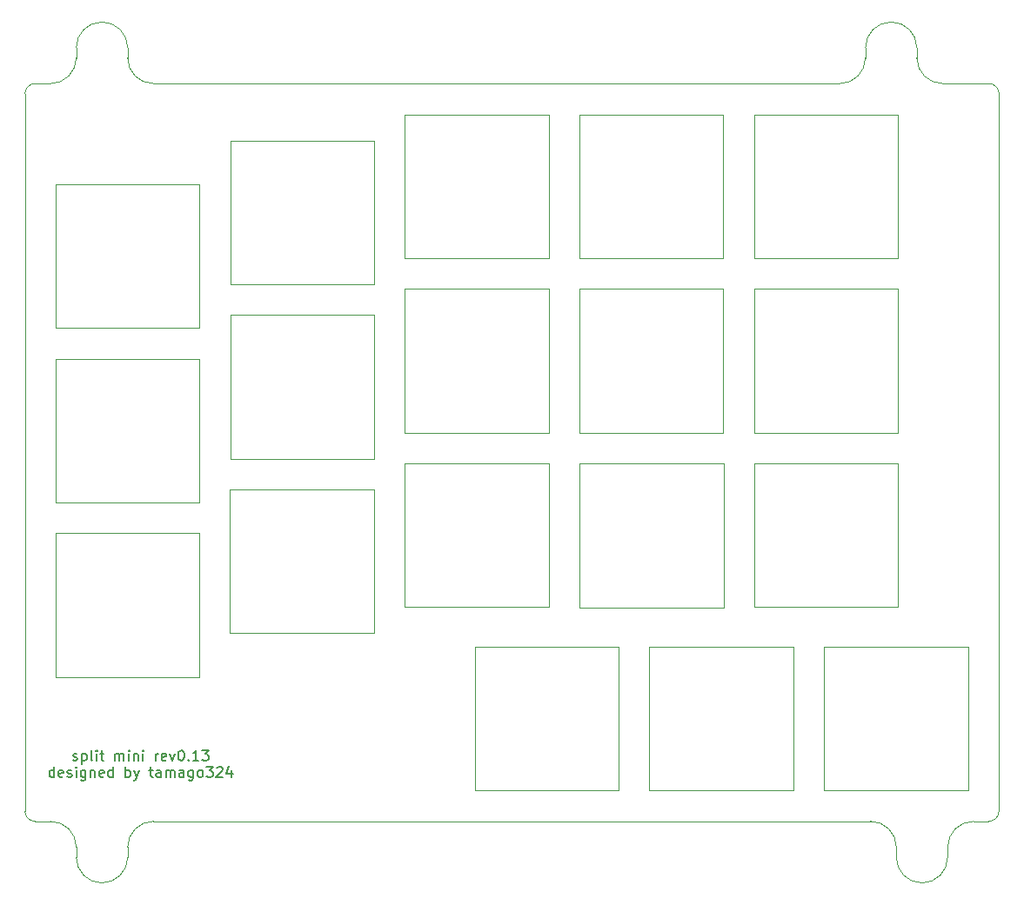
<source format=gbr>
%TF.GenerationSoftware,KiCad,Pcbnew,(6.0.9)*%
%TF.CreationDate,2023-01-09T15:03:37+09:00*%
%TF.ProjectId,split-mini__switch_plate,73706c69-742d-46d6-996e-695f5f737769,rev?*%
%TF.SameCoordinates,Original*%
%TF.FileFunction,Legend,Top*%
%TF.FilePolarity,Positive*%
%FSLAX46Y46*%
G04 Gerber Fmt 4.6, Leading zero omitted, Abs format (unit mm)*
G04 Created by KiCad (PCBNEW (6.0.9)) date 2023-01-09 15:03:37*
%MOMM*%
%LPD*%
G01*
G04 APERTURE LIST*
%TA.AperFunction,Profile*%
%ADD10C,0.100000*%
%TD*%
%ADD11C,0.200000*%
%TA.AperFunction,Profile*%
%ADD12C,0.120000*%
%TD*%
%ADD13C,0.350000*%
%ADD14C,2.000000*%
G04 APERTURE END LIST*
D10*
X22100000Y-104650000D02*
X22100000Y-105650000D01*
X103900000Y-26800000D02*
X103900000Y-27800000D01*
X96400000Y-30300000D02*
X69500000Y-30300000D01*
X18100000Y-30300000D02*
G75*
G03*
X17100000Y-31300000I0J-1000000D01*
G01*
X18100000Y-102150000D02*
X19600000Y-102150000D01*
X101900000Y-105650000D02*
G75*
G03*
X104400000Y-108150000I2500000J0D01*
G01*
X109400000Y-102150000D02*
G75*
G03*
X106900000Y-104650000I0J-2500000D01*
G01*
X24600000Y-108150000D02*
G75*
G03*
X27100000Y-105650000I0J2500000D01*
G01*
X22100000Y-105650000D02*
G75*
G03*
X24600000Y-108150000I2500000J0D01*
G01*
X17100000Y-101150000D02*
G75*
G03*
X18100000Y-102150000I1000000J0D01*
G01*
X103900000Y-27800000D02*
G75*
G03*
X106400000Y-30300000I2500000J0D01*
G01*
X17100000Y-31300000D02*
X17100000Y-101150000D01*
X110900000Y-30300000D02*
X106400000Y-30300000D01*
X106900000Y-105650000D02*
X106900000Y-104650000D01*
X22100000Y-27800000D02*
X22100000Y-26800000D01*
X24600000Y-24300000D02*
G75*
G03*
X22100000Y-26800000I0J-2500000D01*
G01*
X109400000Y-102150000D02*
X110900000Y-102150000D01*
X96400000Y-30300000D02*
G75*
G03*
X98900000Y-27800000I0J2500000D01*
G01*
X27100000Y-26800000D02*
G75*
G03*
X24600000Y-24300000I-2500000J0D01*
G01*
X19600000Y-30300000D02*
G75*
G03*
X22100000Y-27800000I0J2500000D01*
G01*
X69500000Y-30300000D02*
X29600000Y-30300000D01*
X101900000Y-104650000D02*
X101900000Y-105650000D01*
X27100000Y-26800000D02*
X27100000Y-27800000D01*
X111900000Y-101150000D02*
X111900000Y-31300000D01*
X101900000Y-104650000D02*
G75*
G03*
X99400000Y-102150000I-2500000J0D01*
G01*
X104400000Y-108150000D02*
G75*
G03*
X106900000Y-105650000I0J2500000D01*
G01*
X111900000Y-31300000D02*
G75*
G03*
X110900000Y-30300000I-999900J100D01*
G01*
X27100000Y-105650000D02*
X27100000Y-104650000D01*
X22100000Y-104650000D02*
G75*
G03*
X19600000Y-102150000I-2500000J0D01*
G01*
X27100000Y-27800000D02*
G75*
G03*
X29600000Y-30300000I2500000J0D01*
G01*
X110900000Y-102150000D02*
G75*
G03*
X111900000Y-101150000I0J1000000D01*
G01*
X101400000Y-24300000D02*
G75*
G03*
X98900000Y-26800000I0J-2500000D01*
G01*
X29600000Y-102150000D02*
G75*
G03*
X27100000Y-104650000I0J-2500000D01*
G01*
X69500000Y-102150000D02*
X99400000Y-102150000D01*
X19600000Y-30300000D02*
X18100000Y-30300000D01*
X103900000Y-26800000D02*
G75*
G03*
X101400000Y-24300000I-2500000J0D01*
G01*
X98900000Y-27800000D02*
X98900000Y-26800000D01*
X29600000Y-102150000D02*
X69500000Y-102150000D01*
D11*
X21784761Y-96179761D02*
X21880000Y-96227380D01*
X22070476Y-96227380D01*
X22165714Y-96179761D01*
X22213333Y-96084523D01*
X22213333Y-96036904D01*
X22165714Y-95941666D01*
X22070476Y-95894047D01*
X21927619Y-95894047D01*
X21832380Y-95846428D01*
X21784761Y-95751190D01*
X21784761Y-95703571D01*
X21832380Y-95608333D01*
X21927619Y-95560714D01*
X22070476Y-95560714D01*
X22165714Y-95608333D01*
X22641904Y-95560714D02*
X22641904Y-96560714D01*
X22641904Y-95608333D02*
X22737142Y-95560714D01*
X22927619Y-95560714D01*
X23022857Y-95608333D01*
X23070476Y-95655952D01*
X23118095Y-95751190D01*
X23118095Y-96036904D01*
X23070476Y-96132142D01*
X23022857Y-96179761D01*
X22927619Y-96227380D01*
X22737142Y-96227380D01*
X22641904Y-96179761D01*
X23689523Y-96227380D02*
X23594285Y-96179761D01*
X23546666Y-96084523D01*
X23546666Y-95227380D01*
X24070476Y-96227380D02*
X24070476Y-95560714D01*
X24070476Y-95227380D02*
X24022857Y-95275000D01*
X24070476Y-95322619D01*
X24118095Y-95275000D01*
X24070476Y-95227380D01*
X24070476Y-95322619D01*
X24403809Y-95560714D02*
X24784761Y-95560714D01*
X24546666Y-95227380D02*
X24546666Y-96084523D01*
X24594285Y-96179761D01*
X24689523Y-96227380D01*
X24784761Y-96227380D01*
X25880000Y-96227380D02*
X25880000Y-95560714D01*
X25880000Y-95655952D02*
X25927619Y-95608333D01*
X26022857Y-95560714D01*
X26165714Y-95560714D01*
X26260952Y-95608333D01*
X26308571Y-95703571D01*
X26308571Y-96227380D01*
X26308571Y-95703571D02*
X26356190Y-95608333D01*
X26451428Y-95560714D01*
X26594285Y-95560714D01*
X26689523Y-95608333D01*
X26737142Y-95703571D01*
X26737142Y-96227380D01*
X27213333Y-96227380D02*
X27213333Y-95560714D01*
X27213333Y-95227380D02*
X27165714Y-95275000D01*
X27213333Y-95322619D01*
X27260952Y-95275000D01*
X27213333Y-95227380D01*
X27213333Y-95322619D01*
X27689523Y-95560714D02*
X27689523Y-96227380D01*
X27689523Y-95655952D02*
X27737142Y-95608333D01*
X27832380Y-95560714D01*
X27975238Y-95560714D01*
X28070476Y-95608333D01*
X28118095Y-95703571D01*
X28118095Y-96227380D01*
X28594285Y-96227380D02*
X28594285Y-95560714D01*
X28594285Y-95227380D02*
X28546666Y-95275000D01*
X28594285Y-95322619D01*
X28641904Y-95275000D01*
X28594285Y-95227380D01*
X28594285Y-95322619D01*
X29832380Y-96227380D02*
X29832380Y-95560714D01*
X29832380Y-95751190D02*
X29880000Y-95655952D01*
X29927619Y-95608333D01*
X30022857Y-95560714D01*
X30118095Y-95560714D01*
X30832380Y-96179761D02*
X30737142Y-96227380D01*
X30546666Y-96227380D01*
X30451428Y-96179761D01*
X30403809Y-96084523D01*
X30403809Y-95703571D01*
X30451428Y-95608333D01*
X30546666Y-95560714D01*
X30737142Y-95560714D01*
X30832380Y-95608333D01*
X30880000Y-95703571D01*
X30880000Y-95798809D01*
X30403809Y-95894047D01*
X31213333Y-95560714D02*
X31451428Y-96227380D01*
X31689523Y-95560714D01*
X32260952Y-95227380D02*
X32356190Y-95227380D01*
X32451428Y-95275000D01*
X32499047Y-95322619D01*
X32546666Y-95417857D01*
X32594285Y-95608333D01*
X32594285Y-95846428D01*
X32546666Y-96036904D01*
X32499047Y-96132142D01*
X32451428Y-96179761D01*
X32356190Y-96227380D01*
X32260952Y-96227380D01*
X32165714Y-96179761D01*
X32118095Y-96132142D01*
X32070476Y-96036904D01*
X32022857Y-95846428D01*
X32022857Y-95608333D01*
X32070476Y-95417857D01*
X32118095Y-95322619D01*
X32165714Y-95275000D01*
X32260952Y-95227380D01*
X33022857Y-96132142D02*
X33070476Y-96179761D01*
X33022857Y-96227380D01*
X32975238Y-96179761D01*
X33022857Y-96132142D01*
X33022857Y-96227380D01*
X34022857Y-96227380D02*
X33451428Y-96227380D01*
X33737142Y-96227380D02*
X33737142Y-95227380D01*
X33641904Y-95370238D01*
X33546666Y-95465476D01*
X33451428Y-95513095D01*
X34356190Y-95227380D02*
X34975238Y-95227380D01*
X34641904Y-95608333D01*
X34784761Y-95608333D01*
X34880000Y-95655952D01*
X34927619Y-95703571D01*
X34975238Y-95798809D01*
X34975238Y-96036904D01*
X34927619Y-96132142D01*
X34880000Y-96179761D01*
X34784761Y-96227380D01*
X34499047Y-96227380D01*
X34403809Y-96179761D01*
X34356190Y-96132142D01*
X19951428Y-97837380D02*
X19951428Y-96837380D01*
X19951428Y-97789761D02*
X19856190Y-97837380D01*
X19665714Y-97837380D01*
X19570476Y-97789761D01*
X19522857Y-97742142D01*
X19475238Y-97646904D01*
X19475238Y-97361190D01*
X19522857Y-97265952D01*
X19570476Y-97218333D01*
X19665714Y-97170714D01*
X19856190Y-97170714D01*
X19951428Y-97218333D01*
X20808571Y-97789761D02*
X20713333Y-97837380D01*
X20522857Y-97837380D01*
X20427619Y-97789761D01*
X20380000Y-97694523D01*
X20380000Y-97313571D01*
X20427619Y-97218333D01*
X20522857Y-97170714D01*
X20713333Y-97170714D01*
X20808571Y-97218333D01*
X20856190Y-97313571D01*
X20856190Y-97408809D01*
X20380000Y-97504047D01*
X21237142Y-97789761D02*
X21332380Y-97837380D01*
X21522857Y-97837380D01*
X21618095Y-97789761D01*
X21665714Y-97694523D01*
X21665714Y-97646904D01*
X21618095Y-97551666D01*
X21522857Y-97504047D01*
X21379999Y-97504047D01*
X21284761Y-97456428D01*
X21237142Y-97361190D01*
X21237142Y-97313571D01*
X21284761Y-97218333D01*
X21379999Y-97170714D01*
X21522857Y-97170714D01*
X21618095Y-97218333D01*
X22094285Y-97837380D02*
X22094285Y-97170714D01*
X22094285Y-96837380D02*
X22046666Y-96885000D01*
X22094285Y-96932619D01*
X22141904Y-96885000D01*
X22094285Y-96837380D01*
X22094285Y-96932619D01*
X22999047Y-97170714D02*
X22999047Y-97980238D01*
X22951428Y-98075476D01*
X22903809Y-98123095D01*
X22808571Y-98170714D01*
X22665714Y-98170714D01*
X22570476Y-98123095D01*
X22999047Y-97789761D02*
X22903809Y-97837380D01*
X22713333Y-97837380D01*
X22618095Y-97789761D01*
X22570476Y-97742142D01*
X22522857Y-97646904D01*
X22522857Y-97361190D01*
X22570476Y-97265952D01*
X22618095Y-97218333D01*
X22713333Y-97170714D01*
X22903809Y-97170714D01*
X22999047Y-97218333D01*
X23475238Y-97170714D02*
X23475238Y-97837380D01*
X23475238Y-97265952D02*
X23522857Y-97218333D01*
X23618095Y-97170714D01*
X23760952Y-97170714D01*
X23856190Y-97218333D01*
X23903809Y-97313571D01*
X23903809Y-97837380D01*
X24760952Y-97789761D02*
X24665714Y-97837380D01*
X24475238Y-97837380D01*
X24380000Y-97789761D01*
X24332380Y-97694523D01*
X24332380Y-97313571D01*
X24380000Y-97218333D01*
X24475238Y-97170714D01*
X24665714Y-97170714D01*
X24760952Y-97218333D01*
X24808571Y-97313571D01*
X24808571Y-97408809D01*
X24332380Y-97504047D01*
X25665714Y-97837380D02*
X25665714Y-96837380D01*
X25665714Y-97789761D02*
X25570476Y-97837380D01*
X25380000Y-97837380D01*
X25284761Y-97789761D01*
X25237142Y-97742142D01*
X25189523Y-97646904D01*
X25189523Y-97361190D01*
X25237142Y-97265952D01*
X25284761Y-97218333D01*
X25380000Y-97170714D01*
X25570476Y-97170714D01*
X25665714Y-97218333D01*
X26903809Y-97837380D02*
X26903809Y-96837380D01*
X26903809Y-97218333D02*
X26999047Y-97170714D01*
X27189523Y-97170714D01*
X27284761Y-97218333D01*
X27332380Y-97265952D01*
X27380000Y-97361190D01*
X27380000Y-97646904D01*
X27332380Y-97742142D01*
X27284761Y-97789761D01*
X27189523Y-97837380D01*
X26999047Y-97837380D01*
X26903809Y-97789761D01*
X27713333Y-97170714D02*
X27951428Y-97837380D01*
X28189523Y-97170714D02*
X27951428Y-97837380D01*
X27856190Y-98075476D01*
X27808571Y-98123095D01*
X27713333Y-98170714D01*
X29189523Y-97170714D02*
X29570476Y-97170714D01*
X29332380Y-96837380D02*
X29332380Y-97694523D01*
X29380000Y-97789761D01*
X29475238Y-97837380D01*
X29570476Y-97837380D01*
X30332380Y-97837380D02*
X30332380Y-97313571D01*
X30284761Y-97218333D01*
X30189523Y-97170714D01*
X29999047Y-97170714D01*
X29903809Y-97218333D01*
X30332380Y-97789761D02*
X30237142Y-97837380D01*
X29999047Y-97837380D01*
X29903809Y-97789761D01*
X29856190Y-97694523D01*
X29856190Y-97599285D01*
X29903809Y-97504047D01*
X29999047Y-97456428D01*
X30237142Y-97456428D01*
X30332380Y-97408809D01*
X30808571Y-97837380D02*
X30808571Y-97170714D01*
X30808571Y-97265952D02*
X30856190Y-97218333D01*
X30951428Y-97170714D01*
X31094285Y-97170714D01*
X31189523Y-97218333D01*
X31237142Y-97313571D01*
X31237142Y-97837380D01*
X31237142Y-97313571D02*
X31284761Y-97218333D01*
X31380000Y-97170714D01*
X31522857Y-97170714D01*
X31618095Y-97218333D01*
X31665714Y-97313571D01*
X31665714Y-97837380D01*
X32570476Y-97837380D02*
X32570476Y-97313571D01*
X32522857Y-97218333D01*
X32427619Y-97170714D01*
X32237142Y-97170714D01*
X32141904Y-97218333D01*
X32570476Y-97789761D02*
X32475238Y-97837380D01*
X32237142Y-97837380D01*
X32141904Y-97789761D01*
X32094285Y-97694523D01*
X32094285Y-97599285D01*
X32141904Y-97504047D01*
X32237142Y-97456428D01*
X32475238Y-97456428D01*
X32570476Y-97408809D01*
X33475238Y-97170714D02*
X33475238Y-97980238D01*
X33427619Y-98075476D01*
X33380000Y-98123095D01*
X33284761Y-98170714D01*
X33141904Y-98170714D01*
X33046666Y-98123095D01*
X33475238Y-97789761D02*
X33380000Y-97837380D01*
X33189523Y-97837380D01*
X33094285Y-97789761D01*
X33046666Y-97742142D01*
X32999047Y-97646904D01*
X32999047Y-97361190D01*
X33046666Y-97265952D01*
X33094285Y-97218333D01*
X33189523Y-97170714D01*
X33380000Y-97170714D01*
X33475238Y-97218333D01*
X34094285Y-97837380D02*
X33999047Y-97789761D01*
X33951428Y-97742142D01*
X33903809Y-97646904D01*
X33903809Y-97361190D01*
X33951428Y-97265952D01*
X33999047Y-97218333D01*
X34094285Y-97170714D01*
X34237142Y-97170714D01*
X34332380Y-97218333D01*
X34380000Y-97265952D01*
X34427619Y-97361190D01*
X34427619Y-97646904D01*
X34380000Y-97742142D01*
X34332380Y-97789761D01*
X34237142Y-97837380D01*
X34094285Y-97837380D01*
X34760952Y-96837380D02*
X35380000Y-96837380D01*
X35046666Y-97218333D01*
X35189523Y-97218333D01*
X35284761Y-97265952D01*
X35332380Y-97313571D01*
X35380000Y-97408809D01*
X35380000Y-97646904D01*
X35332380Y-97742142D01*
X35284761Y-97789761D01*
X35189523Y-97837380D01*
X34903809Y-97837380D01*
X34808571Y-97789761D01*
X34760952Y-97742142D01*
X35760952Y-96932619D02*
X35808571Y-96885000D01*
X35903809Y-96837380D01*
X36141904Y-96837380D01*
X36237142Y-96885000D01*
X36284761Y-96932619D01*
X36332380Y-97027857D01*
X36332380Y-97123095D01*
X36284761Y-97265952D01*
X35713333Y-97837380D01*
X36332380Y-97837380D01*
X37189523Y-97170714D02*
X37189523Y-97837380D01*
X36951428Y-96789761D02*
X36713333Y-97504047D01*
X37332380Y-97504047D01*
D12*
%TO.C,SW15*%
X102075000Y-67300000D02*
X88075000Y-67300000D01*
X88075000Y-67300000D02*
X88075000Y-81300000D01*
X102075000Y-81300000D02*
X102075000Y-67300000D01*
X88075000Y-81300000D02*
X102075000Y-81300000D01*
%TO.C,SW7*%
X51075000Y-66850000D02*
X51075000Y-52850000D01*
X51075000Y-52850000D02*
X37075000Y-52850000D01*
X37075000Y-66850000D02*
X51075000Y-66850000D01*
X37075000Y-52850000D02*
X37075000Y-66850000D01*
%TO.C,SW3*%
X54075000Y-47300000D02*
X68075000Y-47300000D01*
X68075000Y-47300000D02*
X68075000Y-33300000D01*
X54075000Y-33300000D02*
X54075000Y-47300000D01*
X68075000Y-33300000D02*
X54075000Y-33300000D01*
%TO.C,SW6*%
X34100000Y-71100000D02*
X34100000Y-57100000D01*
X20100000Y-57100000D02*
X20100000Y-71100000D01*
X34100000Y-57100000D02*
X20100000Y-57100000D01*
X20100000Y-71100000D02*
X34100000Y-71100000D01*
%TO.C,SW17*%
X77875000Y-99150000D02*
X91875000Y-99150000D01*
X91875000Y-85150000D02*
X77875000Y-85150000D01*
X77875000Y-85150000D02*
X77875000Y-99150000D01*
X91875000Y-99150000D02*
X91875000Y-85150000D01*
%TO.C,SW14*%
X71085000Y-67315000D02*
X71085000Y-81315000D01*
X71085000Y-81315000D02*
X85085000Y-81315000D01*
X85085000Y-81315000D02*
X85085000Y-67315000D01*
X85085000Y-67315000D02*
X71085000Y-67315000D01*
%TO.C,SW9*%
X85075000Y-50300000D02*
X71075000Y-50300000D01*
X71075000Y-50300000D02*
X71075000Y-64300000D01*
X71075000Y-64300000D02*
X85075000Y-64300000D01*
X85075000Y-64300000D02*
X85075000Y-50300000D01*
%TO.C,SW8*%
X54075000Y-64300000D02*
X68075000Y-64300000D01*
X68075000Y-64300000D02*
X68075000Y-50300000D01*
X68075000Y-50300000D02*
X54075000Y-50300000D01*
X54075000Y-50300000D02*
X54075000Y-64300000D01*
%TO.C,SW10*%
X102050000Y-50300000D02*
X88050000Y-50300000D01*
X88050000Y-50300000D02*
X88050000Y-64300000D01*
X88050000Y-64300000D02*
X102050000Y-64300000D01*
X102050000Y-64300000D02*
X102050000Y-50300000D01*
%TO.C,SW11*%
X20085000Y-74080000D02*
X20085000Y-88080000D01*
X34085000Y-74080000D02*
X20085000Y-74080000D01*
X20085000Y-88080000D02*
X34085000Y-88080000D01*
X34085000Y-88080000D02*
X34085000Y-74080000D01*
%TO.C,SW1*%
X20100000Y-40075000D02*
X20100000Y-54075000D01*
X34100000Y-40075000D02*
X20100000Y-40075000D01*
X20100000Y-54075000D02*
X34100000Y-54075000D01*
X34100000Y-54075000D02*
X34100000Y-40075000D01*
%TO.C,SW12*%
X51050000Y-83825000D02*
X51050000Y-69825000D01*
X37050000Y-69825000D02*
X37050000Y-83825000D01*
X51050000Y-69825000D02*
X37050000Y-69825000D01*
X37050000Y-83825000D02*
X51050000Y-83825000D01*
%TO.C,SW5*%
X102075000Y-47300000D02*
X102075000Y-33300000D01*
X88075000Y-47300000D02*
X102075000Y-47300000D01*
X88075000Y-33300000D02*
X88075000Y-47300000D01*
X102075000Y-33300000D02*
X88075000Y-33300000D01*
%TO.C,SW2*%
X37075000Y-49850000D02*
X51075000Y-49850000D01*
X37075000Y-35850000D02*
X37075000Y-49850000D01*
X51075000Y-35850000D02*
X37075000Y-35850000D01*
X51075000Y-49850000D02*
X51075000Y-35850000D01*
%TO.C,SW13*%
X54075000Y-67275000D02*
X54075000Y-81275000D01*
X54075000Y-81275000D02*
X68075000Y-81275000D01*
X68075000Y-67275000D02*
X54075000Y-67275000D01*
X68075000Y-81275000D02*
X68075000Y-67275000D01*
%TO.C,SW16*%
X60875000Y-99150000D02*
X74875000Y-99150000D01*
X60875000Y-85150000D02*
X60875000Y-99150000D01*
X74875000Y-85150000D02*
X60875000Y-85150000D01*
X74875000Y-99150000D02*
X74875000Y-85150000D01*
%TO.C,SW4*%
X85075000Y-47300000D02*
X85075000Y-33300000D01*
X85075000Y-33300000D02*
X71075000Y-33300000D01*
X71075000Y-33300000D02*
X71075000Y-47300000D01*
X71075000Y-47300000D02*
X85075000Y-47300000D01*
%TO.C,SW18*%
X94875000Y-85150000D02*
X94875000Y-99150000D01*
X108875000Y-99150000D02*
X108875000Y-85150000D01*
X94875000Y-99150000D02*
X108875000Y-99150000D01*
X108875000Y-85150000D02*
X94875000Y-85150000D01*
%TD*%
D13*
X101390000Y-26790000D03*
X104400000Y-105650000D03*
X24610000Y-105640000D03*
X24600000Y-26800000D03*
%LPC*%
D14*
%TO.C,Ref\u002A\u002A*%
X101390000Y-26790000D03*
%TD*%
%TO.C,Ref\u002A\u002A*%
X104400000Y-105650000D03*
%TD*%
%TO.C,Ref\u002A\u002A*%
X24610000Y-105640000D03*
%TD*%
%TO.C,Ref\u002A\u002A*%
X24600000Y-26800000D03*
%TD*%
M02*

</source>
